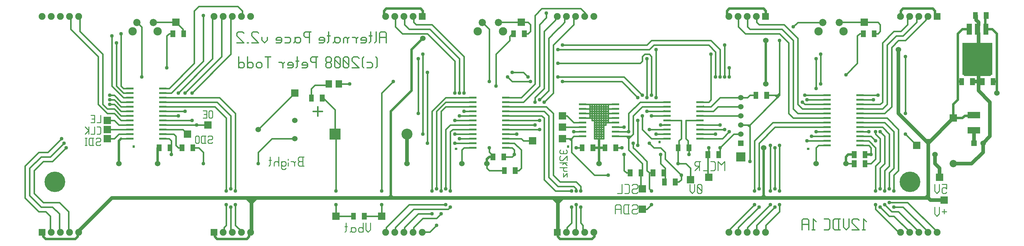
<source format=gbr>
G04 start of page 2 for group 0 idx 0
G04 Title: (unknown), solder *
G04 Creator: pcb-bin 20060822 *
G04 CreationDate: Wed Jun  4 23:35:37 2008 UTC *
G04 For: pete *
G04 Format: Gerber/RS-274X *
G04 PCB-Dimensions: 1125000 272500 *
G04 PCB-Coordinate-Origin: lower left *
%MOIN*%
%FSLAX24Y24*%
%LNGROUP0*%
%ADD11C,0.0200*%
%ADD12C,0.0600*%
%ADD13R,0.1520X0.1520*%
%ADD14C,0.0250*%
%ADD15C,0.0400*%
%ADD16C,0.0150*%
%ADD17C,0.0120*%
%ADD18C,0.0100*%
%ADD19R,0.0800X0.0800*%
%ADD20C,0.0800*%
%ADD21C,0.0750*%
%ADD22R,0.0600X0.0600*%
%ADD23C,0.2250*%
%ADD24R,0.0750X0.0750*%
%ADD25C,0.0912*%
%ADD26C,0.0794*%
%ADD27C,0.1200*%
%ADD28R,0.1200X0.1200*%
%ADD29R,0.0512X0.0512*%
%ADD30R,0.1220X0.1220*%
%ADD31R,0.0200X0.0200*%
%ADD32R,0.0709X0.0709*%
%ADD33R,0.0690X0.0690*%
%ADD34R,0.0560X0.0560*%
%ADD35C,0.0420*%
%ADD36C,0.0300*%
%ADD37C,0.1250*%
%ADD38C,0.0520*%
%ADD39C,0.0380*%
%ADD40C,0.0350*%
%ADD41C,0.0860*%
G54D11*G36*
X111250Y20000D02*X108000D01*
Y19000D01*
X111250D01*
Y20000D01*
G37*
G36*
Y22500D02*X108000D01*
Y20000D01*
X111250D01*
Y22500D01*
G37*
G36*
X84000Y10500D02*X83250D01*
Y9750D01*
X84000D01*
Y10500D01*
G37*
G36*
X91250Y11000D02*X91000D01*
Y10750D01*
X91250D01*
Y11000D01*
G37*
G36*
X84250Y10500D02*X83250D01*
Y9500D01*
X84250D01*
Y10500D01*
G37*
G36*
X75000Y11750D02*X74750D01*
Y11500D01*
X75000D01*
Y11750D01*
G37*
G36*
X65000Y11250D02*X64750D01*
Y11000D01*
X65000D01*
Y11250D01*
G37*
G36*
X52750Y11000D02*X52500D01*
Y10750D01*
X52750D01*
Y11000D01*
G37*
G36*
X17500Y11250D02*X17250D01*
Y11000D01*
X17500D01*
Y11250D01*
G37*
G54D12*%LNGROUP0_C1*%
%LPC*%
X110750Y19750D03*
Y19250D03*
Y20250D03*
X110250Y19250D03*
Y19750D03*
Y20250D03*
X109750Y19250D03*
Y19750D03*
Y20250D03*
X109250Y19250D03*
Y20250D03*
X108750Y19250D03*
Y19750D03*
X109250D03*
X108750Y20250D03*
X110750Y19750D03*
Y20250D03*
X110250Y19750D03*
Y20250D03*
X109750Y19750D03*
Y20250D03*
X109250D03*
X108750Y19750D03*
X109250D03*
X108750Y20250D03*
G54D13*X109200Y21560D02*X110100D01*
G54D12*X110750Y19750D03*
Y19250D03*
Y20250D03*
X110250Y19250D03*
Y19750D03*
Y20250D03*
X109750Y19250D03*
Y19750D03*
Y20250D03*
X109250Y19250D03*
Y20250D03*
X108750Y19250D03*
Y19750D03*
X109250D03*
X108750Y20250D03*
X110750Y19750D03*
Y20250D03*
X110250Y19750D03*
Y20250D03*
X109750Y19750D03*
Y20250D03*
X109250D03*
X108750Y19750D03*
X109250D03*
X108750Y20250D03*
G54D13*X109200Y21560D02*X110100D01*
G54D12*X110750Y19750D03*
Y19250D03*
Y20250D03*
X110250Y19250D03*
Y19750D03*
Y20250D03*
X109750Y19250D03*
Y19750D03*
Y20250D03*
X109250Y19250D03*
Y20250D03*
X108750Y19250D03*
Y19750D03*
X109250D03*
X108750Y20250D03*
X110750Y19750D03*
Y20250D03*
X110250Y19750D03*
Y20250D03*
X109750Y19750D03*
Y20250D03*
X109250D03*
X108750Y19750D03*
X109250D03*
X108750Y20250D03*
G54D13*X109200Y21560D02*X110100D01*
G54D14*%LNGROUP0_D2*%
%LPD*%
X111750Y18750D02*Y17000D01*
Y23500D02*Y18777D01*
Y18250D02*X111500D01*
X110500Y24000D02*Y25500D01*
X111750Y23500D02*X111250Y24000D01*
X110500D01*
G54D15*X105500Y7750D02*Y8750D01*
X105000Y9250D02*Y10250D01*
X105500Y8750D02*X105000Y9250D01*
G54D16*X66409Y11118D02*X66291Y11000D01*
X65750D01*
X65500Y12750D02*X66500D01*
X57000Y21250D02*Y17750D01*
X58500Y23208D02*Y22750D01*
X58909Y23618D02*X58500Y23208D01*
Y22750D02*X57000Y21250D01*
X21000Y19750D02*Y22500D01*
X21250Y23500D02*X21750D01*
X21000Y22500D02*Y23000D01*
Y23250D01*
X21250Y23500D01*
G54D15*X109650Y23670D02*X109750Y23570D01*
X109500Y25000D02*Y25500D01*
X109650Y24330D02*X109750Y24430D01*
Y24750D01*
X109500Y25000D01*
X109750Y23570D02*Y22250D01*
X108500D02*Y20750D01*
X111000Y22250D02*X108500D01*
X110750Y22000D02*Y21000D01*
Y20750D02*Y22000D01*
G54D14*X110250Y21410D02*Y19750D01*
X110100Y21560D02*X110250Y21410D01*
G54D15*X109750Y17250D02*Y21500D01*
Y17250D02*X111000Y16000D01*
X110750Y21000D02*X108500D01*
X111000Y19750D02*X108500D01*
X110159Y18368D02*X110041Y18250D01*
X109250D01*
G54D14*X111000Y19500D02*X108500D01*
G54D15*Y19250D02*X111000D01*
X108500Y19750D02*Y19250D01*
G54D14*X108250Y19000D02*X111000D01*
G54D15*X108500Y20750D02*X110750D01*
X111000Y20250D02*X108500D01*
G54D14*X108250Y20000D02*X111000D01*
Y20500D02*X108250D01*
G54D15*X111000Y12250D02*Y16000D01*
Y20250D02*Y19750D01*
X110250Y11500D02*Y10500D01*
Y11500D02*X111000Y12250D01*
X110250Y10500D02*X109000Y9250D01*
X107000D01*
G54D14*X68250Y12000D02*Y9250D01*
X68909Y11118D02*X68791Y11000D01*
G54D16*X67750Y12000D02*X68750D01*
Y12250D02*X67750D01*
Y12500D02*X68750D01*
G54D14*X68791Y11000D02*X67750D01*
G54D16*X68000Y12000D02*Y15750D01*
X68750Y12750D02*X67750D01*
Y13000D02*X68750D01*
X69000Y15750D02*Y13500D01*
X67750D02*X69000D01*
X68750Y12000D02*Y15750D01*
X68500Y12000D02*Y15750D01*
X68750Y13250D02*X67750D01*
X69750Y13750D02*X67750D01*
X67250Y15750D02*Y14250D01*
Y15500D02*X69250D01*
X67250Y14500D02*X69250D01*
X66750Y15250D02*X69750D01*
X69250Y15000D02*X67250D01*
X69750Y15750D02*X66750D01*
X69250Y13750D02*Y15750D01*
Y14000D02*X67500D01*
Y15750D02*Y14000D01*
X69750Y14750D02*X66750D01*
X67750Y12000D02*Y15750D01*
X68250Y12000D02*Y15750D01*
X66750Y14250D02*X69750D01*
X56250Y10527D02*Y11000D01*
Y18250D02*Y23000D01*
Y24000D01*
X56659Y10118D02*X56250Y10527D01*
G54D15*X47250Y12488D02*Y9250D01*
X47261Y12500D02*X47250Y12488D01*
G54D16*X56250Y24000D02*X56000Y24250D01*
X55500Y24750D01*
X18250Y24226D02*Y18750D01*
X17742Y24734D02*X18250Y24226D01*
G54D15*X109250Y11500D02*Y12750D01*
G54D14*X108250Y14500D02*X108000Y14250D01*
X108915Y14576D02*X108838Y14500D01*
X108000Y24000D02*X108750D01*
X108838Y14500D02*X108250D01*
X108000Y18000D02*Y18500D01*
X107500Y23500D02*Y16250D01*
X107000Y14250D02*Y15750D01*
X107500Y16250D01*
Y18250D02*X108000D01*
Y14250D02*X107000D01*
X107500Y23500D02*X108000Y24000D01*
G54D16*X104000Y25000D02*Y25250D01*
X103000D02*Y24750D01*
X101750Y22750D02*X104000Y25000D01*
X103000Y24750D02*X101500Y23250D01*
X102000Y24500D02*Y25500D01*
X101250Y23750D02*X102000Y24500D01*
X100500Y23750D02*X101250D01*
X101000Y22750D02*X101750D01*
X101500Y23250D02*X100750D01*
X100250Y22000D02*X101000Y22750D01*
G54D15*X104500Y11750D02*X104000D01*
X104250Y11500D02*X107000Y14250D01*
G54D16*X101750Y15000D02*Y21000D01*
Y14750D02*Y15250D01*
G54D15*X104250Y11500D02*X101000Y14750D01*
G54D16*X99250Y12500D02*X99500Y12250D01*
X100000Y12500D02*X99250Y13250D01*
X100250Y15500D02*Y22000D01*
X99750Y22250D02*Y15750D01*
G54D15*X101000Y14750D02*Y21750D01*
G54D16*X99250Y16000D02*Y22500D01*
X105299Y7750D02*X105500D01*
G54D15*X104500Y5250D02*X106000D01*
X104250Y5500D02*Y11500D01*
Y5500D02*X104500Y5250D01*
X104250Y5750D02*X104000Y5500D01*
G54D16*X103000Y11250D02*X101750Y12500D01*
X101000Y13000D02*Y8500D01*
X100500Y8000D01*
X100000Y8250D02*X100500Y8750D01*
Y8000D02*Y6250D01*
X101500Y4500D02*X100500D01*
X100000Y5000D02*X102000D01*
X100500Y8750D02*Y12750D01*
X99999Y8999D02*Y12500D01*
X99000Y8750D02*X99499Y9249D01*
X99500Y12250D02*Y9250D01*
X98999Y12000D02*X99000Y9500D01*
X100000Y6500D02*Y8250D01*
X99000Y8750D02*Y6500D01*
X99500Y6250D02*Y8500D01*
X98500Y4250D02*Y4750D01*
X99500Y8500D02*X99999Y8999D01*
X98500Y9000D02*Y6250D01*
X99750Y14250D02*X101000Y13000D01*
X99500Y14750D02*X100250Y15500D01*
X99500Y13750D02*X100500Y12750D01*
X99750Y15750D02*X99250Y15250D01*
X99000Y15750D02*X99250Y16000D01*
Y12499D02*Y12500D01*
X99000Y12750D02*X99249Y12500D01*
X98500Y12750D02*Y12499D01*
X98999Y12000D01*
X99250Y15250D02*X96750D01*
X97750Y12750D02*X96500D01*
X97100Y13750D02*X99500D01*
X96500Y15750D02*X99000D01*
X97100Y13250D02*X99250D01*
X96500Y14750D02*X99500D01*
X96500Y14250D02*X99750D01*
X98000Y11000D02*Y10250D01*
X98500Y9750D02*Y11000D01*
G54D14*X98000Y10250D02*X97250D01*
G54D16*X98000Y12250D02*X98500Y11750D01*
X97750Y11250D02*X98000Y11000D01*
X98500D02*X97750Y11750D01*
X97100Y11250D02*X97750D01*
Y11750D02*X96750D01*
G54D14*X96159Y10368D02*X96041Y10250D01*
X95500D01*
G54D16*X99000Y9500D02*X98500Y9000D01*
X97340Y9368D02*X97458Y9250D01*
X96159Y9368D02*X96041Y9250D01*
X97458D02*X98000D01*
X96041D02*X95250D01*
X98000D02*X98500Y9750D01*
G54D14*X95250Y10000D02*Y9250D01*
X95500Y10250D02*X95250Y10000D01*
G54D16*X92900Y11250D02*X92250D01*
X92000Y11000D01*
Y9250D01*
X96500Y12250D02*X98000D01*
X92900Y12750D02*X92000D01*
X92900Y12250D02*X91500D01*
X92900Y11750D02*X91000D01*
G54D14*X101000Y25250D02*Y25500D01*
G54D16*X99000Y24500D02*Y23750D01*
X100750Y23250D02*X99750Y22250D01*
X99000Y23750D02*X98750Y23500D01*
X99250Y22500D02*X100500Y23750D01*
X98750Y23500D02*X98250D01*
X98750Y24750D02*X99000Y24500D01*
X94529Y24750D02*X98750D01*
X96500Y20250D02*Y23250D01*
X95250Y19000D02*X96500Y20250D01*
X94513Y24734D02*X94529Y24750D01*
X97100Y16750D02*X98750D01*
X97100Y16250D02*X98250D01*
X96750Y23500D02*X97250D01*
X96500Y23250D02*X96750Y23500D01*
X92500Y18000D02*Y21250D01*
X92742Y24734D02*X92726Y24750D01*
X92880Y24734D02*X89984D01*
X89500Y24250D01*
X88250Y24000D02*X89500Y22750D01*
X88500Y24500D02*X90000Y23000D01*
X88000Y23500D02*X89000Y22500D01*
X92000Y17500D02*Y20750D01*
X90000Y23000D02*Y15750D01*
X92900Y16250D02*X91000D01*
X92900Y16750D02*X90750D01*
Y15750D02*X90500Y16000D01*
X89000Y22500D02*Y14750D01*
X89500Y22750D02*Y15250D01*
X89000Y14750D02*X89500Y14250D01*
X87750Y16750D02*Y16500D01*
X88000Y16750D02*X87750Y16500D01*
Y16750D02*X88000Y17000D01*
X87750Y16500D02*X87500Y16750D01*
X90000Y15750D02*X90500Y15250D01*
X90000Y14750D02*X93250D01*
X90500Y15250D02*X93250D01*
X89500D02*X90000Y14750D01*
X92900Y15750D02*X90750D01*
X89500Y14250D02*X93250D01*
X92900Y13250D02*X87500D01*
X92900Y13750D02*X87250D01*
X88000Y16750D02*Y22750D01*
Y16750D02*X86708D01*
X86590Y16868D02*X86708Y16750D01*
G54D14*X86500Y18000D02*Y22750D01*
G54D16*X85500Y25250D02*Y24750D01*
X84500Y25250D02*Y24250D01*
X85500Y24750D02*X85750Y24500D01*
X84500Y24250D02*X84750Y24000D01*
X88250D01*
X85750Y24500D02*X88500D01*
X84250Y23500D02*X88000D01*
X83500Y25250D02*Y24250D01*
X84250Y23500D01*
X87500Y11000D02*Y6500D01*
X88000Y11250D02*Y6250D01*
X87000Y11250D02*Y6250D01*
G54D14*X86250Y5500D02*Y11000D01*
Y5750D02*X86500Y5500D01*
X86250Y5750D02*X86000Y5500D01*
G54D16*X85750Y11500D02*Y6500D01*
X85250Y11750D02*Y6250D01*
X84750Y4250D02*X85250Y4750D01*
X81500Y11000D02*Y10250D01*
X80159Y10131D02*Y8150D01*
X84750Y16750D02*X85500D01*
X88000D02*X84750Y13500D01*
X84500Y16500D02*X84750Y16750D01*
X87500Y13250D02*X85750Y11500D01*
X87250Y13750D02*X85250Y11750D01*
X84750Y13250D02*X84500Y13500D01*
X83750D02*X84750D01*
X81500Y16500D02*X84500D01*
X80750Y15000D02*X81250Y15500D01*
X80500D02*X81500Y16500D01*
X82500Y18750D02*Y19750D01*
X81000Y18750D02*Y21500D01*
X82000Y18750D02*Y22250D01*
X80500Y16250D02*Y21250D01*
X81500Y21750D02*Y18750D01*
X81000Y21500D02*X80250Y22250D01*
Y16000D02*X80500Y16250D01*
X79600Y16000D02*X80250D01*
X79600Y15500D02*X80500D01*
X79600D02*X79650Y15550D01*
X79600Y15000D02*X80750D01*
X80500Y22750D02*X81500Y21750D01*
X81250Y15500D02*X83750D01*
X79600Y14500D02*X83750D01*
Y12500D02*X83000D01*
X84750Y13500D02*Y9500D01*
X81750Y12000D02*X82500Y12750D01*
X83000Y12500D02*X81500Y11000D01*
X79600Y12500D02*X81000D01*
X79600Y12000D02*X81750D01*
X79600Y13000D02*X82000D01*
X81500Y13500D02*X79500D01*
X78250Y8750D02*X77750Y9250D01*
X77000D01*
X77250Y14000D02*Y12000D01*
X76000Y14000D02*X77250D01*
X78250Y7500D02*Y8750D01*
X77000Y7250D02*X77250Y7500D01*
Y8000D01*
X76708Y7250D02*X77000D01*
X76500Y7458D02*X76708Y7250D01*
X76900Y11108D02*Y9150D01*
X77250Y8000D02*X75500Y9750D01*
X74159Y8368D02*X74041Y8250D01*
X75409Y7368D02*X75500Y7458D01*
Y9750D02*Y10500D01*
X75000Y11000D01*
X74250D01*
X73750Y11500D01*
X80250Y11000D02*Y10250D01*
X77750Y14000D02*Y12000D01*
X79000Y14000D02*X77750D01*
X78100Y11108D02*Y10250D01*
X77000Y11750D02*Y11000D01*
X78000Y11750D02*Y11000D01*
X77250Y12000D02*X77000Y11750D01*
X77750Y12000D02*X78000Y11750D01*
X76000Y12500D02*X74500D01*
X75400Y12000D02*X74000D01*
X75400Y13500D02*X75000D01*
X73750Y13000D02*X75500D01*
X74000Y12000D02*X73000Y13000D01*
X75500Y7458D02*Y8750D01*
X75340Y8131D02*X75500Y7972D01*
X75000Y9250D02*Y10250D01*
X75500Y8750D02*X75000Y9250D01*
X74041Y8250D02*X73750D01*
X73500Y8500D01*
X73000Y8527D02*Y9250D01*
X73500Y4250D02*X74000Y4750D01*
X73750Y6500D02*X74000Y6250D01*
X73000Y4250D02*X73500D01*
X73750Y8250D02*Y6500D01*
X72840Y8131D02*Y6900D01*
X73500Y8500D02*Y9500D01*
X72750Y10250D02*X73500Y9500D01*
X72000Y12500D02*Y14500D01*
X71500Y12750D02*Y13000D01*
Y14750D01*
X72000Y12500D02*X71500Y12000D01*
X72000Y14500D02*X73000Y15500D01*
Y13000D02*Y14500D01*
X71500Y14750D02*X72750Y16000D01*
X72840Y8368D02*X73000Y8527D01*
X71659Y8368D02*X71541Y8250D01*
X71250D01*
X71000Y8500D01*
X72250Y10750D02*X72750Y10250D01*
X72000Y11000D02*X72250Y10750D01*
X73000Y9250D02*X71500Y10750D01*
X71000Y8500D02*Y10250D01*
X72500Y11250D02*Y14000D01*
X71500Y12000D02*X71250Y12250D01*
X70350Y13250D02*X71000D01*
X71500Y10750D02*Y12250D01*
X70350Y12750D02*X71500D01*
X72000Y11500D02*Y11000D01*
X70350Y12250D02*X71750D01*
X69250Y8000D02*X67750D01*
X65750Y6500D02*Y6250D01*
Y7250D02*X66250Y6750D01*
X65500D02*X65750Y6500D01*
X66250Y6750D02*Y6250D01*
X67750Y8000D02*X65250Y10500D01*
Y12000D01*
X70750Y11000D02*X70000D01*
X65250Y11750D02*X65000Y12000D01*
X80250Y22250D02*X74250D01*
X74000Y22750D02*X80500D01*
X73500Y22250D02*X74000Y22750D01*
X75400Y15000D02*X75350Y15050D01*
X75400Y14500D02*X74000D01*
X76000Y15000D02*X73500D01*
X73250Y15500D02*X75750D01*
X73000D02*X73500D01*
X75750Y16000D02*X72750D01*
X65500Y13750D02*X64750Y14500D01*
X64500Y24750D02*Y25500D01*
X64250Y24500D02*X64500Y24750D01*
X65000Y24000D02*X65500Y24500D01*
X64750Y14500D02*X64250D01*
X65500Y12250D02*X66500D01*
X64250Y12150D02*Y12000D01*
X66150Y13750D02*X65500D01*
X65250Y12000D02*X64250D01*
X65250D02*X65500Y12250D01*
X66150Y13250D02*X64250D01*
X74500Y21750D02*Y16500D01*
X74000Y16750D02*Y21000D01*
X73750Y21250D01*
X74250Y22250D02*X73750Y21750D01*
X73500Y16500D02*Y20750D01*
X73250Y21250D02*X73750D01*
X73000Y16750D02*X71000Y18750D01*
X73000Y20500D02*Y21000D01*
X73250Y21250D01*
X72750Y20250D02*X73000Y20500D01*
X72500Y16500D02*X70750Y18250D01*
X70500D01*
X70750D02*X64250D01*
Y22250D02*X73500D01*
G54D14*X49000Y26000D02*X48750Y26250D01*
X49000Y25250D02*Y26000D01*
X48750Y26250D02*X45000D01*
X44750Y26000D02*Y25500D01*
X45000Y26250D02*X44750Y26000D01*
G54D16*X51500Y12603D02*Y6500D01*
X52000Y12750D02*Y6250D01*
X50500Y15000D02*Y6500D01*
X51000Y15000D02*Y6250D01*
X50000Y15000D02*Y6250D01*
X51750Y4250D02*X52000Y4500D01*
X50500Y2500D02*X49750Y1750D01*
X49000D01*
Y3250D02*X50500D01*
X48500Y3750D02*X50000D01*
X50500Y3250D02*X51000Y3750D01*
X48000Y4250D02*X51750D01*
X51500Y4750D02*X47500D01*
X47000Y1750D02*Y2250D01*
X48000Y1750D02*Y2250D01*
X47000D02*X48500Y3750D01*
X48000Y2250D02*X49000Y3250D01*
X46000Y2250D02*X48000Y4250D01*
X46000Y1750D02*Y2250D01*
X45000D02*Y1750D01*
X47500Y4750D02*X45000Y2250D01*
X59000Y11500D02*X58000D01*
X53250Y10750D02*Y9250D01*
X53500Y11000D02*X53250Y10750D01*
X54150Y11000D02*X53500D01*
X52500Y11500D02*X54500D01*
X47000Y24500D02*Y25500D01*
X47500Y24000D02*X47000Y24500D01*
X46000Y24250D02*Y25500D01*
X49750Y24000D02*X47500D01*
X49500Y23500D02*X46750D01*
X46000Y24250D01*
X51500Y16000D02*X50500Y15000D01*
X45750Y18250D02*X44500Y17000D01*
Y3500D02*Y4750D01*
G54D14*X45750Y5500D02*X45500Y5750D01*
G54D16*X44500Y3500D02*X42750D01*
G54D14*X45500Y5750D02*X45250Y5500D01*
G54D16*X39500Y3500D02*Y4750D01*
G54D15*X30250Y5500D02*Y1750D01*
Y5000D02*X29750Y5500D01*
G54D16*X28500Y4750D02*Y2500D01*
X29250Y1750D01*
X28000Y4500D02*Y1750D01*
G54D15*X30750Y5500D02*X30250Y5000D01*
G54D16*X27500Y4750D02*Y2500D01*
X27250Y2250D02*Y1750D01*
X27500Y2500D02*X27250Y2250D01*
X27500Y14250D03*
Y6250D01*
X28000Y14500D02*Y6500D01*
X23958Y11000D02*X24500D01*
X25000Y10500D01*
Y9250D01*
X23840Y11118D02*X23958Y11000D01*
X28500Y14750D02*Y6250D01*
X22250Y11000D02*X22750D01*
X22000Y12250D02*Y11250D01*
X22250Y11000D01*
X102000Y5000D02*X105250Y1750D01*
X104250D02*X101500Y4500D01*
X103250Y1750D02*X101000Y4000D01*
X101250Y1750D02*X101000D01*
X102250D02*X100500Y3500D01*
X101000Y1750D02*X98500Y4250D01*
X101000Y4000D02*X100250D01*
X100500Y3500D02*X100000D01*
X100250Y4000D02*X99500Y4750D01*
X100000Y3500D02*X99000Y4500D01*
X88000Y4750D02*Y4000D01*
X86500Y2500D02*Y1750D01*
X88000Y4000D02*X86500Y2500D01*
X85500D02*Y1750D01*
X84500Y2250D02*X87000Y4750D01*
X87500Y4500D02*X85500Y2500D01*
X83500Y2250D02*X85750Y4500D01*
X84500Y1750D02*Y2250D01*
X83500Y1750D02*Y2250D01*
X82500Y1750D02*Y2000D01*
X84750Y4250D01*
G54D14*X105000Y25500D02*Y26000D01*
X104750Y26250D01*
X101500D01*
X101250Y26000D02*Y25500D01*
X101500Y26250D02*X101250Y26000D01*
X86500Y25500D02*Y26000D01*
X86250Y26250D01*
X82500D01*
G54D16*X63500Y23750D02*X64250Y24500D01*
X62500Y24000D02*X63250Y24750D01*
X62000Y26250D02*X66250D01*
X63500Y25000D02*Y25500D01*
X63250Y24750D02*X63500Y25000D01*
X62500Y25250D02*Y25750D01*
X62250Y23750D02*X62500Y24000D01*
X61750Y24500D02*X62500Y25250D01*
X61250Y25500D02*X62000Y26250D01*
X60500Y23500D02*X60000D01*
X59750Y24750D02*X60500D01*
X58909Y23618D02*X59000Y23527D01*
X59834Y24750D02*X57279D01*
G54D14*X82500Y26250D02*X82250Y26000D01*
G54D16*X66250Y26250D02*X66750Y25750D01*
G54D14*X82250Y26000D02*Y25500D01*
G54D16*X66750Y25750D02*Y25500D01*
X57263Y24734D02*X57279Y24750D01*
X62750Y17250D02*Y23000D01*
X62250Y17500D02*Y23750D01*
X63250Y17000D02*Y22250D01*
X61250Y18000D02*Y25500D01*
X59750Y16500D02*X61250Y18000D01*
X58750Y19250D02*X60000D01*
X58750Y18250D02*X60750D01*
X61250Y16000D02*Y16500D01*
X58909Y23381D02*X58950Y23341D01*
X58250Y18750D02*X58750Y18250D01*
X57750Y12000D02*X59750D01*
X57750Y16500D02*X59750D01*
X62500Y15500D02*X63250Y14750D01*
X62250Y15000D02*X62750Y14500D01*
X62000D02*X62250Y14250D01*
X61750Y16250D02*X62000Y16500D01*
X62250Y16000D02*X62750Y16500D01*
X63250Y17000D01*
X62000Y16500D02*X62750Y17250D01*
X61250Y16500D02*X62250Y17500D01*
X57750Y14000D02*X61750D01*
X58350Y13500D02*X61250D01*
X57750Y13000D02*X61750D01*
X57750Y14500D02*X62000D01*
X57750Y16000D02*X60000D01*
X57750Y15000D02*X62250D01*
X57750Y15500D02*X62500D01*
X57750Y12500D02*X59250D01*
X53000Y12000D02*X54750D01*
X54150Y14000D02*X52500D01*
Y12500D02*X54500D01*
X54150Y13500D02*X52396D01*
X54750Y13000D02*X52250D01*
X52500Y13500D02*X52000D01*
X51500Y13000D02*Y12500D01*
X52250Y13000D02*X52000Y12750D01*
Y13500D02*X51500Y13000D01*
X54150Y15500D02*X51500D01*
X54150Y15000D02*X53500D01*
X54150Y16000D02*X51500D01*
X54150Y14500D02*X53000D01*
X54150Y16500D02*X51500D01*
X52500Y17000D02*Y20500D01*
X51500Y15500D02*X51000Y15000D01*
X51500Y16500D02*X50000Y15000D01*
X49000Y21250D02*Y12500D01*
X53500Y17000D02*Y21000D01*
X55492Y24734D02*X55630D01*
X53000Y17000D02*Y20750D01*
X53500Y21000D02*X50000Y24500D01*
X48000Y24750D02*Y25500D01*
X53000Y20750D02*X49750Y24000D01*
X52500Y20500D02*X49500Y23500D01*
X48250Y24500D02*X48000Y24750D01*
G54D14*X48500Y22500D02*X49000Y23000D01*
G54D16*X50000Y24500D02*X48250D01*
G54D14*X47750Y17250D02*Y21750D01*
X48500Y22500D01*
X67750Y1750D02*Y1250D01*
X67500Y1000D01*
G54D16*X66500Y2500D02*Y1750D01*
X66250Y2750D02*X66500Y2500D01*
X66250Y4500D02*Y2750D01*
X65750Y4750D02*Y1750D01*
X65250Y2750D02*Y4500D01*
G54D14*X67500Y1000D02*X64000D01*
G54D16*X64750Y1750D02*Y2250D01*
G54D14*X63750Y1250D02*Y1750D01*
G54D16*X64750Y2250D02*X65250Y2750D01*
G54D14*X64000Y1000D02*X63750Y1250D01*
G54D15*Y1750D02*Y5500D01*
X64250D02*X63750Y5000D01*
X63250Y5500D01*
G54D16*X65500Y24500D02*Y25500D01*
X64000Y23000D02*X65000Y24000D01*
X71000Y18750D02*X63750D01*
X73750Y21750D02*X63750D01*
Y20250D02*X72750D01*
X63250Y22250D02*X64000Y23000D01*
X62750D02*X63500Y23750D01*
X60500Y24750D02*X60750Y24500D01*
X61750Y17750D02*Y24500D01*
X60750Y23750D02*X60500Y23500D01*
X60000Y19250D02*X60500Y18750D01*
X60750Y24500D02*Y23750D01*
X60000Y16000D02*X61750Y17750D01*
X63750Y6750D02*X65500D01*
X63500Y6250D02*X65250D01*
X63250Y8000D02*X64000Y7250D01*
X62750Y7750D02*X63750Y6750D01*
X64000Y7250D02*X65750D01*
X62250Y7500D02*X63500Y6250D01*
X63250Y14750D02*Y8000D01*
X62750Y14500D02*Y7750D01*
X62250Y14250D02*Y7500D01*
X60000Y11750D02*X61000D01*
X59750Y8750D02*Y10750D01*
Y12000D02*X60000Y11750D01*
X59090Y8618D02*X59208Y8500D01*
X57909Y8618D02*X57791Y8500D01*
X59000Y10750D02*Y10250D01*
X58750Y11000D02*X59000Y10750D01*
Y10250D02*X58750Y10000D01*
X57750D01*
Y11000D02*X58750D01*
X57791Y8500D02*X56250D01*
X56000Y8750D02*X56250Y8500D01*
G54D14*X56659Y10118D02*X56500Y9958D01*
X56541Y10000D02*X56250D01*
G54D16*X56000Y9250D02*Y8750D01*
G54D14*Y9750D02*Y9250D01*
X56659Y10118D02*X56541Y10000D01*
X56250D02*X56000Y9750D01*
G54D16*X59208Y8500D02*X59500D01*
X59750Y8750D01*
Y10750D02*X59000Y11500D01*
G54D15*X15000Y5500D02*X104250D01*
G54D16*X41000Y18000D02*X39750D01*
X38700Y17940D02*X38610Y17850D01*
X39387Y12500D02*X39300Y12412D01*
X37990Y16568D02*X39400Y15158D01*
X38000Y15000D02*X37000D01*
X38610Y17850D02*X37200D01*
X36800Y17450D02*Y16450D01*
X37200Y17850D02*X36800Y17450D01*
X39387Y12500D02*X39500Y12387D01*
X34500Y16500D02*X35000Y17000D01*
X32500Y12000D02*X35000D01*
X31000Y13000D02*X34500Y16500D01*
X39500Y12387D02*Y6250D01*
X39387Y12600D02*Y12500D01*
X39400Y15158D02*Y12450D01*
X44500Y17000D02*Y6250D01*
X37500Y15500D02*Y14500D01*
X39500Y3500D02*X41500D01*
G54D14*X26250Y1750D02*Y1250D01*
G54D16*X29250Y26000D02*Y25250D01*
X28750Y26500D02*X29250Y26000D01*
X27000Y21000D02*Y24000D01*
X28000Y21250D02*Y23500D01*
Y24750D01*
X27000Y24000D02*Y24750D01*
X28000D02*Y25500D01*
X28750Y26500D02*X24500D01*
X26000Y20750D02*Y25250D01*
X25000Y20500D02*Y21000D01*
Y20900D02*Y25500D01*
X24000Y26000D02*X24500Y26500D01*
X22750Y24000D02*Y23500D01*
X24000Y20250D02*Y26000D01*
X22000Y24750D02*X22750Y24000D01*
X19529Y24750D02*X22000D01*
X29039Y25400D02*X29125D01*
X27000Y24750D02*Y25500D01*
X26000Y25250D02*X26250Y25500D01*
X26000D02*X26250D01*
X19513Y24734D02*X19529Y24750D01*
X20850Y17500D02*X21250D01*
X20850Y17000D02*X21500D01*
X20850Y14500D02*X22250D01*
X20250Y13000D02*X22750D01*
X20850Y14000D02*X23750D01*
X20250Y13500D02*X25500D01*
X16650Y14000D02*X16000D01*
X16650Y14500D02*X16000D01*
X16650Y15000D02*X16000D01*
X16650Y15500D02*X16000D01*
X20850Y15000D02*X23000D01*
X16650Y16500D02*X16250D01*
X16650Y17000D02*X16250D01*
X16650Y16000D02*X16000D01*
X26750Y16500D02*X28500Y14750D01*
X26500Y16000D02*X28000Y14500D01*
X27500Y14250D02*X26250Y15500D01*
X23000Y17000D02*X27000Y21000D01*
X22250Y17000D02*X26000Y20750D01*
X23750Y17000D02*X28000Y21250D01*
X21500Y17000D02*X25000Y20500D01*
X20850Y16500D02*X26750D01*
X26250Y15500D02*X20750D01*
X21250Y17500D02*X24000Y20250D01*
X20250Y16000D02*X26500D01*
X16650Y17500D02*X16250D01*
X16000Y17750D02*Y23500D01*
X16250Y17500D02*X16000Y17750D01*
X31000Y9250D02*Y10500D01*
X32500Y12000D01*
G54D14*X30000Y1250D02*Y1750D01*
G54D16*X22750Y13000D02*X23250Y12500D01*
X21750D02*X22000Y12250D01*
X17250Y12000D02*X16000D01*
X16650Y12500D02*X15750D01*
X16650Y13500D02*X15750D01*
G54D14*X16000Y12000D02*X15750Y11750D01*
G54D16*X21500Y10250D02*Y11750D01*
X21250Y12000D01*
X20850Y12500D02*X21750D01*
X21250Y12000D02*X20500D01*
G54D14*X20159Y11118D02*X20000Y10958D01*
Y9250D01*
X15750Y11750D02*Y9250D01*
G54D16*X48500Y20750D02*Y14750D01*
X49500Y19250D02*Y11500D01*
G54D14*X47750Y17250D02*X45500Y15000D01*
G54D16*X16250Y17000D02*X15500Y17750D01*
X15750Y13500D02*X15250Y14000D01*
X16000D02*X15250Y14750D01*
X16000Y14500D02*X15250Y15250D01*
X16000Y15000D02*X15250Y15750D01*
X16250Y16500D02*X15000Y17750D01*
X15750Y12500D02*X15250Y12000D01*
X14500D01*
X15250Y14000D02*X14500D01*
X16650Y13000D02*X14500D01*
X15250Y15750D02*X14750D01*
X15250Y16250D02*X14750D01*
X15250Y16750D02*X14750D01*
X15250Y15250D02*X14500D01*
X15250Y14750D02*X14500D01*
Y15250D02*X14000Y15750D01*
X14500Y14750D02*X13500Y15750D01*
X15500Y17750D02*Y22500D01*
X14000Y15750D02*Y21250D01*
X13500Y15750D02*Y21000D01*
X15000Y17750D02*Y23250D01*
X11500Y23750D02*Y25250D01*
X14000Y21250D02*X11500Y23750D01*
X10500Y24000D02*Y25500D01*
X13500Y21000D02*X10500Y24000D01*
G54D14*X29750Y1000D02*X30000Y1250D01*
X45500Y15000D02*Y5500D01*
G54D16*X16000Y15500D02*X15250Y16250D01*
X16000Y16000D02*X15250Y16750D01*
G54D14*X26500Y1000D02*X29750D01*
X11250Y1250D02*Y1750D01*
X26250Y1250D02*X26500Y1000D01*
X11000D02*X11250Y1250D01*
X7750Y1000D02*X11000D01*
G54D15*X11250Y1750D02*X15000Y5500D01*
G54D16*X10250Y4000D02*Y1750D01*
X9250D02*Y3750D01*
X8250Y1750D02*Y3500D01*
X8500Y1750D02*X8250D01*
G54D14*X7500D02*Y1250D01*
X7750Y1000D01*
G54D16*X8250Y3500D02*X7750Y4000D01*
X9250Y5000D02*X10250Y4000D01*
X9250Y3750D02*X8500Y4500D01*
X7500Y5000D02*X9250D01*
X8500Y4500D02*X7250D01*
X7750Y4000D02*X7000D01*
X10000Y11000D02*X8500Y9500D01*
X8250Y10000D02*X9750Y11500D01*
X8000Y10500D02*X9500Y12000D01*
X6500Y8500D02*Y6000D01*
X6000Y5750D02*Y8750D01*
X6500Y6000D02*X7500Y5000D01*
X5500Y5500D02*Y9000D01*
X7250Y4500D02*X6000Y5750D01*
X7000Y4000D02*X5500Y5500D01*
X8500Y9500D02*X7500D01*
X7250Y10000D02*X8250D01*
X7500Y9500D02*X6500Y8500D01*
X6000Y8750D02*X7250Y10000D01*
X7000Y10500D02*X8000D01*
X5500Y9000D02*X7000Y10500D01*
G54D17*X97050Y2000D02*X97350D01*
X97200D02*Y3200D01*
X97500Y2900D02*X97200Y3200D01*
X96689Y3050D02*X96539Y3200D01*
X96089D02*X96539D01*
X96089D02*X95939Y3050D01*
Y2750D02*Y3050D01*
X96689Y2000D02*X95939Y2750D01*
Y2000D02*X96689D01*
X95579Y2300D02*Y3200D01*
Y2300D02*X95279Y2000D01*
X94979Y2300D01*
Y3200D01*
X94469Y2000D02*Y3200D01*
X94019D02*X93869Y3050D01*
Y2150D02*Y3050D01*
X94019Y2000D02*X93869Y2150D01*
X94019Y2000D02*X94619D01*
X94019Y3200D02*X94619D01*
X92908Y2000D02*X93358D01*
X93508Y2150D02*X93358Y2000D01*
X93508Y2150D02*Y3050D01*
X93358Y3200D01*
X92908D02*X93358D01*
X91558Y2000D02*X91858D01*
X91708D02*Y3200D01*
X92008Y2900D02*X91708Y3200D01*
X91198Y2000D02*Y3050D01*
X91048Y3200D01*
X90598D02*X91048D01*
X90598D02*X90448Y3050D01*
Y2000D02*Y3050D01*
Y2600D02*X91198D01*
G54D18*X105750Y7000D02*X106250D01*
Y6500D02*Y7000D01*
Y6500D02*X106125Y6625D01*
X105875D02*X106125D01*
X105875D02*X105750Y6500D01*
Y6125D02*Y6500D01*
X105875Y6000D02*X105750Y6125D01*
X105875Y6000D02*X106125D01*
X106250Y6125D02*X106125Y6000D01*
X105449Y6250D02*Y7000D01*
Y6250D02*X105199Y6000D01*
X104949Y6250D01*
Y7000D01*
X105750Y4000D02*X106250D01*
X106000Y3750D02*Y4250D01*
X105449Y3750D02*Y4500D01*
Y3750D02*X105199Y3500D01*
X104949Y3750D01*
Y4500D01*
X79500Y6125D02*X79375Y6000D01*
X79500Y6125D02*Y6875D01*
X79375Y7000D01*
X79125D02*X79375D01*
X79125D02*X79000Y6875D01*
Y6125D02*Y6875D01*
X79125Y6000D02*X79000Y6125D01*
X79125Y6000D02*X79375D01*
X79500Y6250D02*X79000Y6750D01*
X78699Y6250D02*Y7000D01*
Y6250D02*X78449Y6000D01*
X78199Y6250D01*
Y7000D01*
X72000Y4750D02*X71875Y4625D01*
X72000Y4750D02*X72375D01*
X72500Y4625D02*X72375Y4750D01*
X72500Y4375D02*Y4625D01*
Y4375D02*X72375Y4250D01*
X72000D02*X72375D01*
X72000D02*X71875Y4125D01*
Y3875D02*Y4125D01*
X72000Y3750D02*X71875Y3875D01*
X72000Y3750D02*X72375D01*
X72500Y3875D02*X72375Y3750D01*
X71449D02*Y4750D01*
X71074D02*X70949Y4625D01*
Y3875D02*Y4625D01*
X71074Y3750D02*X70949Y3875D01*
X71074Y3750D02*X71574D01*
X71074Y4750D02*X71574D01*
X70649Y3750D02*Y4625D01*
X70524Y4750D01*
X70149D02*X70524D01*
X70149D02*X70024Y4625D01*
Y3750D02*Y4625D01*
Y4250D02*X70649D01*
X72000Y7000D02*X71875Y6875D01*
X72000Y7000D02*X72375D01*
X72500Y6875D02*X72375Y7000D01*
X72500Y6625D02*Y6875D01*
Y6625D02*X72375Y6500D01*
X72000D02*X72375D01*
X72000D02*X71875Y6375D01*
Y6125D02*Y6375D01*
X72000Y6000D02*X71875Y6125D01*
X72000Y6000D02*X72375D01*
X72500Y6125D02*X72375Y6000D01*
X71074D02*X71449D01*
X71574Y6125D02*X71449Y6000D01*
X71574Y6125D02*Y6875D01*
X71449Y7000D01*
X71074D02*X71449D01*
X70774Y6000D02*Y7000D01*
X70274Y6000D02*X70774D01*
X82000Y8500D02*Y9500D01*
X81625Y9125D01*
X81250Y9500D01*
Y8500D02*Y9500D01*
X80449Y8500D02*X80824D01*
X80949Y8625D02*X80824Y8500D01*
X80949Y8625D02*Y9375D01*
X80824Y9500D01*
X80449D02*X80824D01*
X80149Y8500D02*Y9500D01*
X79649Y8500D02*X80149D01*
X78849Y9500D02*X79349D01*
X78849D02*X78724Y9375D01*
Y9125D02*Y9375D01*
X78849Y9000D02*X78724Y9125D01*
X78849Y9000D02*X79224D01*
Y8500D02*Y9500D01*
Y9000D02*X78724Y8500D01*
X64050Y10750D02*X63950Y10650D01*
Y10450D02*Y10650D01*
Y10450D02*X64050Y10350D01*
X64650D01*
X64750Y10450D02*X64650Y10350D01*
X64750Y10450D02*Y10650D01*
X64650Y10750D02*X64750Y10650D01*
X64350Y10350D02*Y10650D01*
X64050Y10109D02*X63950Y10009D01*
Y9709D02*Y10009D01*
Y9709D02*X64050Y9609D01*
X64250D01*
X64750Y10109D02*X64250Y9609D01*
X64750D02*Y10109D01*
X63950Y9369D02*X64750D01*
X64450D02*X64750Y9069D01*
X64450Y9369D02*X64250Y9169D01*
X63950Y8829D02*X64750D01*
X64450D02*X64350Y8729D01*
Y8529D02*Y8729D01*
Y8529D02*X64450Y8429D01*
X64750D01*
X64350Y7789D02*Y8189D01*
X64750D02*X64350Y7789D01*
X64750D02*Y8189D01*
X43250Y2000D02*Y2750D01*
Y2000D02*X43000Y1750D01*
X42750Y2000D01*
Y2750D01*
X42449Y1750D02*Y2750D01*
Y1875D02*X42324Y1750D01*
X42074D02*X42324D01*
X42074D02*X41949Y1875D01*
Y2125D01*
X42074Y2250D02*X41949Y2125D01*
X42074Y2250D02*X42324D01*
X42449Y2125D02*X42324Y2250D01*
X41274D02*X41149Y2125D01*
X41274Y2250D02*X41524D01*
X41649Y2125D02*X41524Y2250D01*
X41649Y1875D02*Y2125D01*
Y1875D02*X41524Y1750D01*
X41149Y1875D02*Y2250D01*
Y1875D02*X41024Y1750D01*
X41274D02*X41524D01*
X41274D02*X41149Y1875D01*
X40599D02*Y2750D01*
Y1875D02*X40474Y1750D01*
Y2375D02*X40724D01*
G54D17*X45000Y22500D02*Y23550D01*
X44850Y23700D01*
X44400D02*X44850D01*
X44400D02*X44250Y23550D01*
Y22500D02*Y23550D01*
Y23100D02*X45000D01*
X43889Y22650D02*Y23700D01*
Y22650D02*X43739Y22500D01*
X43289Y22650D02*Y23700D01*
Y22650D02*X43139Y22500D01*
Y23250D02*X43439D01*
X42239Y22500D02*X42689D01*
X42839Y22650D02*X42689Y22500D01*
X42839Y22650D02*Y22950D01*
X42689Y23100D01*
X42389D02*X42689D01*
X42389D02*X42239Y22950D01*
Y22800D02*X42839D01*
X42239D02*Y22950D01*
X41728Y22500D02*Y22950D01*
X41578Y23100D01*
X41278D02*X41578D01*
X41878D02*X41728Y22950D01*
X40768Y22500D02*Y22950D01*
X40618Y23100D01*
X40468D02*X40618D01*
X40468D02*X40318Y22950D01*
Y22500D02*Y22950D01*
X40918Y23100D02*X40768Y22950D01*
X39508Y23100D02*X39358Y22950D01*
X39508Y23100D02*X39808D01*
X39958Y22950D02*X39808Y23100D01*
X39958Y22650D02*Y22950D01*
Y22650D02*X39808Y22500D01*
X39358Y22650D02*Y23100D01*
Y22650D02*X39208Y22500D01*
X39508D02*X39808D01*
X39508D02*X39358Y22650D01*
X38697D02*Y23700D01*
Y22650D02*X38547Y22500D01*
Y23250D02*X38847D01*
X37647Y22500D02*X38097D01*
X38247Y22650D02*X38097Y22500D01*
X38247Y22650D02*Y22950D01*
X38097Y23100D01*
X37797D02*X38097D01*
X37797D02*X37647Y22950D01*
Y22800D02*X38247D01*
X37647D02*Y22950D01*
X36597Y22500D02*Y23700D01*
X36147D02*X36747D01*
X36147D02*X35997Y23550D01*
Y23250D02*Y23550D01*
X36147Y23100D02*X35997Y23250D01*
X36147Y23100D02*X36597D01*
X35187D02*X35037Y22950D01*
X35187Y23100D02*X35487D01*
X35637Y22950D02*X35487Y23100D01*
X35637Y22650D02*Y22950D01*
Y22650D02*X35487Y22500D01*
X35037Y22650D02*Y23100D01*
Y22650D02*X34887Y22500D01*
X35187D02*X35487D01*
X35187D02*X35037Y22650D01*
X33926Y23100D02*X34376D01*
X34526Y22950D02*X34376Y23100D01*
X34526Y22650D02*Y22950D01*
Y22650D02*X34376Y22500D01*
X33926D02*X34376D01*
X32966D02*X33416D01*
X33566Y22650D02*X33416Y22500D01*
X33566Y22650D02*Y22950D01*
X33416Y23100D01*
X33116D02*X33416D01*
X33116D02*X32966Y22950D01*
Y22800D02*X33566D01*
X32966D02*Y22950D01*
X44000Y19900D02*X43850Y19750D01*
X44000Y20800D02*X43850Y20950D01*
X44000Y19900D02*Y20800D01*
X42889Y20350D02*X43339D01*
X43489Y20200D02*X43339Y20350D01*
X43489Y19900D02*Y20200D01*
Y19900D02*X43339Y19750D01*
X42889D02*X43339D01*
X42529Y20950D02*X42379Y20800D01*
Y19900D02*Y20800D01*
X42529Y19750D02*X42379Y19900D01*
X42019Y20800D02*X41869Y20950D01*
X41419D02*X41869D01*
X41419D02*X41269Y20800D01*
Y20500D02*Y20800D01*
X42019Y19750D02*X41269Y20500D01*
Y19750D02*X42019D01*
X40908Y19900D02*X40758Y19750D01*
X40908Y19900D02*Y20800D01*
X40758Y20950D01*
X40458D02*X40758D01*
X40458D02*X40308Y20800D01*
Y19900D02*Y20800D01*
X40458Y19750D02*X40308Y19900D01*
X40458Y19750D02*X40758D01*
X40908Y20050D02*X40308Y20650D01*
X39948Y19900D02*X39798Y19750D01*
X39948Y19900D02*Y20800D01*
X39798Y20950D01*
X39498D02*X39798D01*
X39498D02*X39348Y20800D01*
Y19900D02*Y20800D01*
X39498Y19750D02*X39348Y19900D01*
X39498Y19750D02*X39798D01*
X39948Y20050D02*X39348Y20650D01*
X38988Y19900D02*X38838Y19750D01*
X38988Y19900D02*Y20200D01*
X38838Y20350D01*
X38538D02*X38838D01*
X38538D02*X38388Y20200D01*
Y19900D02*Y20200D01*
X38538Y19750D02*X38388Y19900D01*
X38538Y19750D02*X38838D01*
X38988Y20500D02*X38838Y20350D01*
X38988Y20500D02*Y20800D01*
X38838Y20950D01*
X38538D02*X38838D01*
X38538D02*X38388Y20800D01*
Y20500D02*Y20800D01*
X38538Y20350D02*X38388Y20500D01*
X37337Y19750D02*Y20950D01*
X36887D02*X37487D01*
X36887D02*X36737Y20800D01*
Y20500D02*Y20800D01*
X36887Y20350D02*X36737Y20500D01*
X36887Y20350D02*X37337D01*
X35777Y19750D02*X36227D01*
X36377Y19900D02*X36227Y19750D01*
X36377Y19900D02*Y20200D01*
X36227Y20350D01*
X35927D02*X36227D01*
X35927D02*X35777Y20200D01*
Y20050D02*X36377D01*
X35777D02*Y20200D01*
X35267Y19900D02*Y20950D01*
Y19900D02*X35117Y19750D01*
Y20500D02*X35417D01*
X34217Y19750D02*X34667D01*
X34817Y19900D02*X34667Y19750D01*
X34817Y19900D02*Y20200D01*
X34667Y20350D01*
X34367D02*X34667D01*
X34367D02*X34217Y20200D01*
Y20050D02*X34817D01*
X34217D02*Y20200D01*
X33706Y19750D02*Y20200D01*
X33556Y20350D01*
X33256D02*X33556D01*
X33856D02*X33706Y20200D01*
X31756Y20950D02*X32356D01*
X32056Y19750D02*Y20950D01*
X31396Y19900D02*Y20200D01*
X31246Y20350D01*
X30946D02*X31246D01*
X30946D02*X30796Y20200D01*
Y19900D02*Y20200D01*
X30946Y19750D02*X30796Y19900D01*
X30946Y19750D02*X31246D01*
X31396Y19900D02*X31246Y19750D01*
X29835D02*Y20950D01*
X29985Y19750D02*X29835Y19900D01*
X29985Y19750D02*X30285D01*
X30435Y19900D02*X30285Y19750D01*
X30435Y19900D02*Y20200D01*
X30285Y20350D01*
X29985D02*X30285D01*
X29985D02*X29835Y20200D01*
X28875Y19750D02*Y20950D01*
X29025Y19750D02*X28875Y19900D01*
X29025Y19750D02*X29325D01*
X29475Y19900D02*X29325Y19750D01*
X29475Y19900D02*Y20200D01*
X29325Y20350D01*
X29025D02*X29325D01*
X29025D02*X28875Y20200D01*
X32000Y22800D02*Y23100D01*
Y22800D02*X31700Y22500D01*
X31400Y22800D01*
Y23100D01*
X31039Y23550D02*X30889Y23700D01*
X30439D02*X30889D01*
X30439D02*X30289Y23550D01*
Y23250D02*Y23550D01*
X31039Y22500D02*X30289Y23250D01*
Y22500D02*X31039D01*
X29779D02*X29929D01*
X29419Y23550D02*X29269Y23700D01*
X28819D02*X29269D01*
X28819D02*X28669Y23550D01*
Y23250D02*Y23550D01*
X29419Y22500D02*X28669Y23250D01*
Y22500D02*X29419D01*
G54D18*X26000Y14350D02*Y14950D01*
X25900Y15050D01*
X25700D02*X25900D01*
X25700D02*X25600Y14950D01*
Y14350D02*Y14950D01*
X25700Y14250D02*X25600Y14350D01*
X25700Y14250D02*X25900D01*
X26000Y14350D02*X25900Y14250D01*
X25059Y14650D02*X25359D01*
X24959Y14250D02*X25359D01*
Y15050D01*
X24959D02*X25359D01*
X35500Y9000D02*X36000D01*
X35500D02*X35375Y9125D01*
Y9375D01*
X35500Y9500D02*X35375Y9375D01*
X35500Y9500D02*X35875D01*
Y9000D02*Y10000D01*
X35500D02*X36000D01*
X35500D02*X35375Y9875D01*
Y9625D02*Y9875D01*
X35500Y9500D02*X35375Y9625D01*
X34949Y9000D02*Y9375D01*
X34824Y9500D01*
X34574D02*X34824D01*
X35074D02*X34949Y9375D01*
X34274Y9625D02*Y9750D01*
Y9000D02*Y9375D01*
X33649Y9500D02*X33524Y9375D01*
X33649Y9500D02*X33899D01*
X34024Y9375D02*X33899Y9500D01*
X34024Y9125D02*Y9375D01*
Y9125D02*X33899Y9000D01*
X33649D02*X33899D01*
X33649D02*X33524Y9125D01*
X34024Y8750D02*X33899Y8625D01*
X33649D02*X33899D01*
X33649D02*X33524Y8750D01*
Y9500D01*
X33224Y9000D02*Y10000D01*
Y9375D02*X33099Y9500D01*
X32849D02*X33099D01*
X32849D02*X32724Y9375D01*
Y9000D02*Y9375D01*
X32298Y9125D02*Y10000D01*
Y9125D02*X32173Y9000D01*
Y9625D02*X32423D01*
X13750Y13750D02*Y14550D01*
X13350Y13750D02*X13750D01*
X12809Y14150D02*X13109D01*
X12709Y13750D02*X13109D01*
Y14550D01*
X12709D02*X13109D01*
X13350Y12050D02*X13250Y11950D01*
X13350Y12050D02*X13650D01*
X13750Y11950D02*X13650Y12050D01*
X13750Y11750D02*Y11950D01*
Y11750D02*X13650Y11650D01*
X13350D02*X13650D01*
X13350D02*X13250Y11550D01*
Y11350D02*Y11550D01*
X13350Y11250D02*X13250Y11350D01*
X13350Y11250D02*X13650D01*
X13750Y11350D02*X13650Y11250D01*
X12909D02*Y12050D01*
X12609D02*X12509Y11950D01*
Y11350D02*Y11950D01*
X12609Y11250D02*X12509Y11350D01*
X12609Y11250D02*X13009D01*
X12609Y12050D02*X13009D01*
X12069D02*X12269D01*
X12169Y11250D02*Y12050D01*
X12069Y11250D02*X12269D01*
X25600Y12300D02*X25500Y12200D01*
X25600Y12300D02*X25900D01*
X26000Y12200D02*X25900Y12300D01*
X26000Y12000D02*Y12200D01*
Y12000D02*X25900Y11900D01*
X25600D02*X25900D01*
X25600D02*X25500Y11800D01*
Y11600D02*Y11800D01*
X25600Y11500D02*X25500Y11600D01*
X25600Y11500D02*X25900D01*
X26000Y11600D02*X25900Y11500D01*
X25159D02*Y12300D01*
X24859D02*X24759Y12200D01*
Y11600D02*Y12200D01*
X24859Y11500D02*X24759Y11600D01*
X24859Y11500D02*X25259D01*
X24859Y12300D02*X25259D01*
X24519Y11600D02*Y12200D01*
X24419Y12300D01*
X24219D02*X24419D01*
X24219D02*X24119Y12200D01*
Y11600D02*Y12200D01*
X24219Y11500D02*X24119Y11600D01*
X24219Y11500D02*X24419D01*
X24519Y11600D02*X24419Y11500D01*
X13350Y12500D02*X13650D01*
X13750Y12600D02*X13650Y12500D01*
X13750Y12600D02*Y13200D01*
X13650Y13300D01*
X13350D02*X13650D01*
X13109Y12500D02*Y13300D01*
X12709Y12500D02*X13109D01*
X12469D02*Y13300D01*
Y12900D02*X12069Y13300D01*
X12469Y12900D02*X12069Y12500D01*
G54D19*X107000Y14250D03*
G54D20*Y9250D03*
G54D19*X106000Y5250D03*
G54D21*X105225Y1730D03*
X104225D03*
X103225D03*
G54D22*X109250Y11500D03*
G54D12*X110250D03*
G54D19*X103000Y11250D03*
G54D21*X102225Y1730D03*
G54D19*X105500Y7750D03*
G54D23*X102250Y7250D03*
G54D21*X101225Y1730D03*
G54D24*X105225Y25400D03*
G54D21*X104225D03*
X103225D03*
X102225D03*
X101225D03*
G54D25*X95005Y23750D03*
G54D19*X97250Y24750D03*
G54D26*X94513Y24734D03*
X92742D03*
G54D25*X92250Y23750D03*
G54D24*X86455Y25400D03*
G54D21*X85455D03*
X84455D03*
X83455D03*
X82455D03*
G54D12*X83750Y13500D03*
Y14500D03*
Y15500D03*
Y16500D03*
G54D21*X84455Y1730D03*
G54D12*X83750Y12500D03*
G54D21*X86455Y1730D03*
X83455D03*
X85455D03*
X82455D03*
G54D19*X80250Y7750D03*
G54D22*X83750Y11500D03*
G54D19*X73000Y4250D03*
X78250Y7500D03*
X73000Y6500D03*
X64250Y12000D03*
Y13250D03*
Y14500D03*
G54D21*X67685Y25400D03*
X66685D03*
X65685D03*
X64685D03*
X63685D03*
G54D19*X59750Y24750D03*
G54D26*X57263Y24734D03*
X55492D03*
G54D25*X57755Y23750D03*
X55000D03*
G54D24*X48915Y25400D03*
G54D21*X47915D03*
X46915D03*
X45915D03*
X44915D03*
X65685Y1730D03*
X66685D03*
X64685D03*
X67685D03*
G54D24*X63685D03*
G54D21*X48915D03*
X47915D03*
X46915D03*
X45915D03*
G54D19*X44500Y3500D03*
X39500D03*
G54D21*X44915Y1730D03*
X30145D03*
X29145D03*
X28145D03*
X27145D03*
G54D24*X26145D03*
G54D19*X61000Y11750D03*
X35000Y17000D03*
G54D12*Y14000D03*
G54D21*X30145Y25400D03*
X29145D03*
X28145D03*
X27145D03*
X26145D03*
G54D19*X25500Y13500D03*
G54D27*X47261Y12500D03*
G54D28*X39387D03*
G54D12*X35000Y12000D03*
X31000Y13000D03*
G54D19*X23250Y12500D03*
X22000Y24750D03*
G54D25*X20005Y23750D03*
G54D26*X19513Y24734D03*
X17742D03*
G54D25*X17250Y23750D03*
G54D19*X14500Y12000D03*
Y13000D03*
Y14000D03*
G54D21*X11375Y1730D03*
Y25400D03*
X10375D03*
X9375D03*
X8375D03*
X7375D03*
X9375Y1730D03*
X10375D03*
X8375D03*
G54D23*X8750Y7250D03*
G54D24*X7375Y1730D03*
G54D15*X110750Y19750D03*
Y19250D03*
Y20250D03*
X110250Y19250D03*
Y19750D03*
Y20250D03*
X109750Y19250D03*
Y19750D03*
G54D12*X111750Y17000D03*
G54D15*X109750Y20250D03*
X109250Y19250D03*
Y20250D03*
X108750Y19250D03*
Y19750D03*
X109250D03*
X108750Y20250D03*
G54D12*X105000Y10250D03*
G54D15*X100500Y4500D03*
X100000Y5000D03*
X100500Y6250D03*
X100000Y6500D03*
X99500Y6250D03*
Y4750D03*
X99000Y4500D03*
Y6500D03*
X98500Y4750D03*
Y6250D03*
X101750Y21000D03*
G54D12*X101000Y21750D03*
G54D15*X95250Y19000D03*
X92000Y20750D03*
X98500Y11750D03*
X101750Y14750D03*
X99000Y12750D03*
X98750Y16750D03*
X98500Y12750D03*
X98250Y16250D03*
X92000Y17500D03*
X101750Y12500D03*
X97750Y12750D03*
X98000Y10250D03*
X92000Y12750D03*
G54D12*X95250Y9250D03*
G54D15*X91500Y12250D03*
G54D12*X92000Y9250D03*
G54D15*X91000Y11750D03*
Y16250D03*
X90500Y16000D03*
X87500Y4500D03*
X88000Y6250D03*
Y4750D03*
X87500Y6500D03*
X87000Y6250D03*
Y4750D03*
X85750Y4500D03*
Y6500D03*
X85250Y4750D03*
Y6250D03*
X81500Y13500D03*
X88000Y11250D03*
X87500Y11000D03*
X87000Y11250D03*
G54D12*X86250Y11000D03*
G54D15*X82000Y13000D03*
X82500Y12750D03*
X81000Y12500D03*
X84750Y9500D03*
X81500Y11000D03*
X80250D03*
G54D12*X86500Y18000D03*
G54D15*X82000Y18750D03*
X81500D03*
X82500D03*
X81000D03*
X78100Y10250D03*
X76900Y9250D03*
X77250Y8000D03*
X75000Y10250D03*
X74000Y6250D03*
Y4750D03*
X73500Y16500D03*
X73000Y16750D03*
X74500Y12500D03*
X73750Y11500D03*
Y13000D03*
X72500Y11250D03*
X74000Y14500D03*
X75000Y13500D03*
X73500Y15000D03*
X73000Y14500D03*
X72500Y14000D03*
X88000Y22750D03*
X89500Y24250D03*
X82500Y19750D03*
G54D12*X86500Y22750D03*
G54D15*X82000Y22250D03*
X92500Y21250D03*
X80500D03*
X92500Y18000D03*
X90750Y16750D03*
X74500Y16500D03*
X74000Y16750D03*
X72500Y16500D03*
X71500Y12750D03*
X71000Y13250D03*
X72000Y11500D03*
X70750Y11000D03*
X71000Y10250D03*
X69250Y8000D03*
X66250Y4500D03*
Y6250D03*
X65750Y4750D03*
Y6250D03*
G54D12*X68250Y9250D03*
G54D15*X65750Y11000D03*
X65500Y12750D03*
X65250Y4500D03*
Y6250D03*
X64250Y18250D03*
X63750Y18750D03*
X74500Y21750D03*
X73500Y20750D03*
X64250Y22250D03*
X63750Y20250D03*
Y21750D03*
X62500Y25750D03*
X61750Y13000D03*
Y14000D03*
Y16250D03*
X61250Y13500D03*
X62250Y16000D03*
X61250D03*
X60750Y18250D03*
X60500Y18750D03*
X59250Y12500D03*
X58750Y19250D03*
X58250Y18750D03*
X57000Y17750D03*
X56250Y18250D03*
X59000Y10250D03*
X56250Y11000D03*
G54D12*X56000Y9250D03*
G54D15*X53500Y15000D03*
Y17000D03*
X53000Y14500D03*
Y17000D03*
X52500Y14000D03*
Y17000D03*
Y11500D03*
Y12500D03*
X49500Y11500D03*
X53000Y12000D03*
X49000Y12500D03*
X49500Y19250D03*
X49000Y21250D03*
X48500Y14750D03*
G54D12*X49000Y23000D03*
G54D15*X48500Y20750D03*
G54D12*X53250Y9250D03*
G54D15*X51500Y6500D03*
X52000Y4500D03*
Y6250D03*
X51500Y4750D03*
X51000Y3750D03*
X50500Y2500D03*
X51000Y6250D03*
X50500Y6500D03*
X50000Y6250D03*
G54D12*X47250Y9250D03*
G54D15*X45750Y18250D03*
X41000Y18000D03*
X50000Y3750D03*
X44500Y6250D03*
X39500Y4750D03*
X44500D03*
X39500Y6250D03*
X25000Y25500D03*
X16000Y23500D03*
X15500Y22500D03*
X21000Y19750D03*
X15000Y23250D03*
X18250Y18750D03*
X14750Y15750D03*
Y16250D03*
Y16750D03*
X31000Y9250D03*
X28500Y4750D03*
Y6250D03*
X28000Y4500D03*
Y6500D03*
X27500Y4750D03*
X24250Y13500D03*
X23750Y14000D03*
X23000Y15000D03*
Y17000D03*
X22250Y14500D03*
X23750Y17000D03*
X22250D03*
X27500Y6250D03*
X25000Y9250D03*
X21500Y10250D03*
G54D12*X20000Y9250D03*
X15750D03*
G54D15*X10000Y11000D03*
X9750Y11500D03*
X9500Y12000D03*
G54D29*X111340Y18368D02*Y18131D01*
X110159Y18368D02*Y18131D01*
X109409Y25618D02*Y25381D01*
X110590Y25618D02*Y25381D01*
G54D30*X109200Y21560D02*X110100D01*
G54D29*X98340Y23618D02*Y23381D01*
X97340Y9368D02*Y9131D01*
Y10368D02*Y10131D01*
X97159Y23618D02*Y23381D01*
G54D31*X96500Y12250D02*X97100D01*
X96500Y11750D02*X97100D01*
X96500Y12750D02*X97100D01*
X96500Y11250D02*X97100D01*
X96500Y13250D02*X97100D01*
X96500Y15250D02*X97100D01*
X96500Y15750D02*X97100D01*
X96500Y14750D02*X97100D01*
X96500Y16250D02*X97100D01*
X96500Y14250D02*X97100D01*
X96500Y16750D02*X97100D01*
G54D29*X96159Y9368D02*Y9131D01*
Y10368D02*Y10131D01*
X109090Y18368D02*Y18131D01*
G54D32*X108915Y12923D02*X109584D01*
X108915Y14576D02*X109584D01*
G54D29*X107909Y18368D02*Y18131D01*
G54D31*X92900Y11250D02*X93500D01*
X92900Y11750D02*X93500D01*
X92900Y12250D02*X93500D01*
X92900Y12750D02*X93500D01*
X92900Y13250D02*X93500D01*
X92900Y14250D02*X93500D01*
X92900Y14750D02*X93500D01*
X92900Y15250D02*X93500D01*
X92900Y15750D02*X93500D01*
X92900Y16250D02*X93500D01*
X92900Y16750D02*X93500D01*
X96500Y13750D02*X97100D01*
X92900D02*X93500D01*
G54D29*X86590Y16868D02*Y16631D01*
X85409Y16868D02*Y16631D01*
G54D31*X79000Y15000D02*X79600D01*
X79000Y14500D02*X79600D01*
X79000Y15500D02*X79600D01*
X79000Y14000D02*X79600D01*
X79000Y16000D02*X79600D01*
X79000Y13500D02*X79600D01*
X75400D02*X76000D01*
X75400Y14000D02*X76000D01*
X75400Y14500D02*X76000D01*
X75400Y15000D02*X76000D01*
X75400Y15500D02*X76000D01*
X75400Y16000D02*X76000D01*
X79000Y13000D02*X79600D01*
X79000Y12000D02*X79600D01*
X79000Y12500D02*X79600D01*
G54D29*X78090Y11118D02*Y10881D01*
X76590Y7368D02*Y7131D01*
G54D31*X75400Y12000D02*X76000D01*
X75400Y12500D02*X76000D01*
G54D29*X75409Y7368D02*Y7131D01*
X76909Y11118D02*Y10881D01*
X75340Y8368D02*Y8131D01*
G54D31*X69750Y14750D02*X70350D01*
X69750Y14250D02*X70350D01*
X69750Y15250D02*X70350D01*
X69750Y15750D02*X70350D01*
G54D29*X70090Y11118D02*Y10881D01*
X68909Y11118D02*Y10881D01*
X67590Y11118D02*Y10881D01*
X66409Y11118D02*Y10881D01*
G54D31*X69750Y12250D02*X70350D01*
X69750Y12750D02*X70350D01*
X66150Y13250D02*X66750D01*
X66150Y13750D02*X66750D01*
X66150Y14250D02*X66750D01*
X66150Y14750D02*X66750D01*
X66150Y15250D02*X66750D01*
X69750Y13750D02*X70350D01*
X69750Y13250D02*X70350D01*
X66150Y15750D02*X66750D01*
X75400Y13000D02*X76000D01*
X66150Y12250D02*X66750D01*
X66150Y12750D02*X66750D01*
X57750Y11500D02*X58350D01*
X57750Y12000D02*X58350D01*
X57750Y11000D02*X58350D01*
X57750Y12500D02*X58350D01*
X57750Y13000D02*X58350D01*
G54D29*X74159Y8368D02*Y8131D01*
X72840Y8368D02*Y8131D01*
X71659Y8368D02*Y8131D01*
X59090Y8618D02*Y8381D01*
X57909Y8618D02*Y8381D01*
X81340Y10368D02*Y10131D01*
X80159Y10368D02*Y10131D01*
X57840Y10118D02*Y9881D01*
X56659Y10118D02*Y9881D01*
G54D31*X57750Y14500D02*X58350D01*
X57750Y15000D02*X58350D01*
X57750Y14000D02*X58350D01*
X57750Y15500D02*X58350D01*
X57750Y13500D02*X58350D01*
X54150Y15500D02*X54750D01*
X57750Y16500D02*X58350D01*
X57750Y16000D02*X58350D01*
X54150D02*X54750D01*
X54150Y11000D02*X54750D01*
X54150Y11500D02*X54750D01*
X54150Y12000D02*X54750D01*
X54150Y12500D02*X54750D01*
X54150Y13000D02*X54750D01*
X54150Y13500D02*X54750D01*
X54150Y14000D02*X54750D01*
X54150Y14500D02*X54750D01*
X54150Y15000D02*X54750D01*
G54D29*X42590Y3618D02*Y3381D01*
X41409Y3618D02*Y3381D01*
G54D33*X39800Y18060D02*Y17940D01*
X38700Y18060D02*Y17940D01*
G54D29*X37990Y16568D02*Y16331D01*
G54D31*X54150Y16500D02*X54750D01*
G54D29*X36809Y16568D02*Y16331D01*
G54D34*X109650Y24330D02*Y23670D01*
X108750Y24330D02*Y23670D01*
X110560Y24330D02*Y23670D01*
G54D29*X60090Y23618D02*Y23381D01*
X58909Y23618D02*Y23381D01*
X22840Y23618D02*Y23381D01*
X21659Y23618D02*Y23381D01*
X23840Y11118D02*Y10881D01*
X22659Y11118D02*Y10881D01*
X21340Y11118D02*Y10881D01*
X20159Y11118D02*Y10881D01*
G54D31*X20250Y13500D02*X20850D01*
X20250Y13000D02*X20850D01*
X20250Y14000D02*X20850D01*
X16650Y12000D02*X17250D01*
X16650Y12500D02*X17250D01*
X16650Y13000D02*X17250D01*
X20250Y12500D02*X20850D01*
X16650Y13500D02*X17250D01*
X16650Y14000D02*X17250D01*
X16650Y14500D02*X17250D01*
X16650Y15000D02*X17250D01*
X20250Y12000D02*X20850D01*
X16650Y15500D02*X17250D01*
X20250Y14500D02*X20850D01*
X20250Y15000D02*X20850D01*
X20250Y15500D02*X20850D01*
X20250Y16000D02*X20850D01*
X20250Y17000D02*X20850D01*
X20250Y16500D02*X20850D01*
X20250Y17500D02*X20850D01*
X16650Y16000D02*X17250D01*
X16650Y16500D02*X17250D01*
X16650Y17000D02*X17250D01*
X16650Y17500D02*X17250D01*
G54D35*%LNGROUP0_C3*%
%LPC*%
G54D36*G54D35*G54D37*G54D35*G54D38*G54D35*G54D38*G54D35*G54D39*G54D35*G54D39*G54D35*G54D39*G54D35*G54D38*G54D35*G54D40*G54D35*G54D41*G54D40*G54D35*G54D38*G54D35*G54D38*G54D35*G54D37*G54D35*G54D11*G54D40*G54D11*G54D40*G54D11*G54D40*G54D11*G54D40*G54D11*G54D40*G54D11*G54D40*G54D11*G54D40*G54D11*G54D40*G54D11*G54D40*G54D11*G54D40*G54D11*G54D40*G54D11*G54D40*G54D11*G54D40*G54D11*G54D40*G54D11*M02*

</source>
